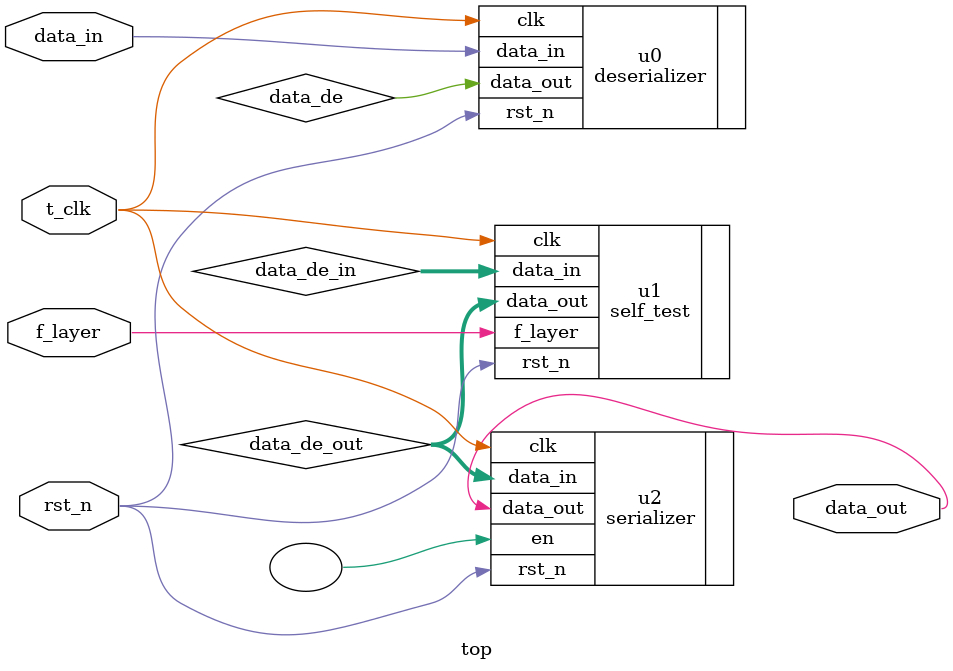
<source format=v>
module top
(
	input wire t_clk,
	input wire rst_n,
	input wire f_layer,
	input wire data_in,

	output reg data_out
);

	wire[31:0] data_de_in;
	wire[31:0] data_de_out;

deserializer u0
(
.clk(t_clk),
.rst_n(rst_n),
.data_in(data_in),
.data_out(data_de)
);

self_test u1
(
.clk(t_clk),
.rst_n(rst_n),
.f_layer(f_layer),
.data_in(data_de_in),
.data_out(data_de_out)
);

serializer u2
(
.clk(t_clk),
.rst_n(rst_n),
.en(),
.data_in(data_de_out),
.data_out(data_out)
);

endmodule

</source>
